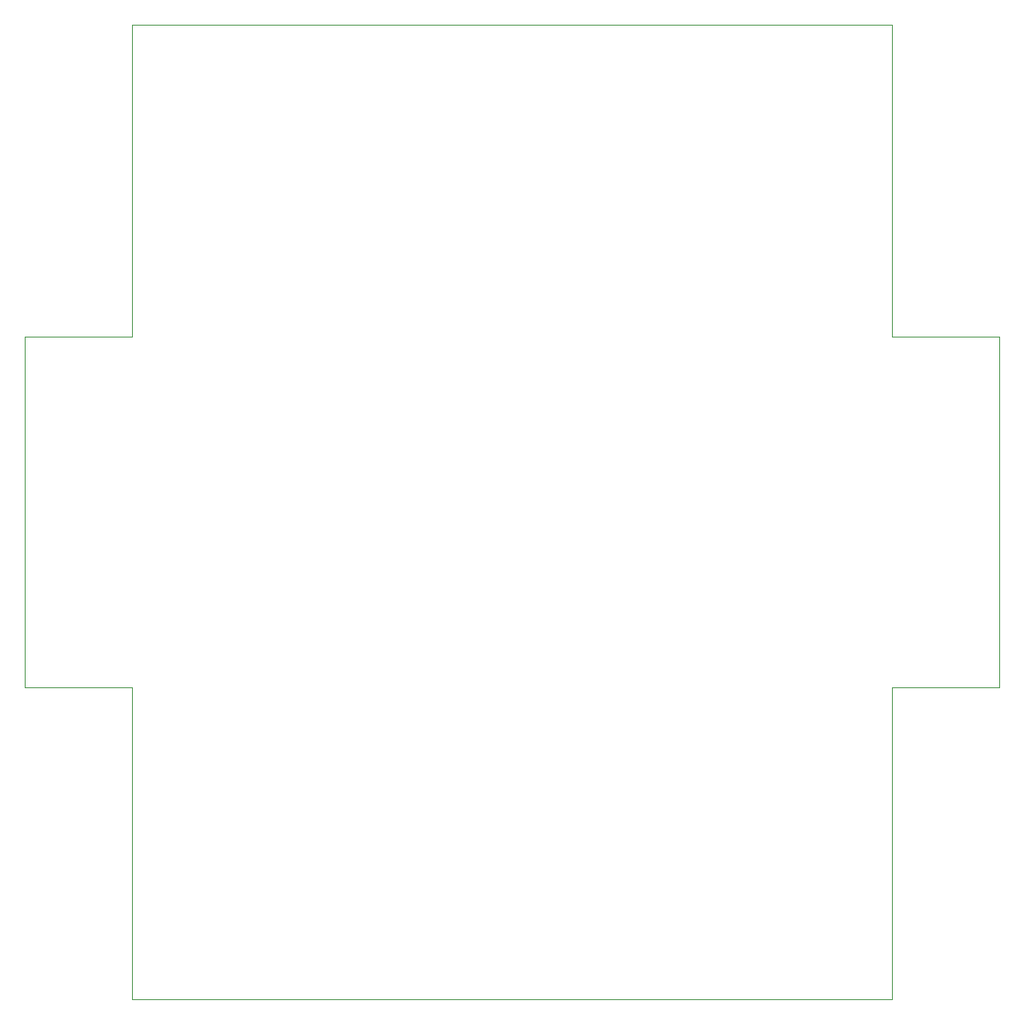
<source format=gm1>
G04 #@! TF.FileFunction,Profile,NP*
%FSLAX46Y46*%
G04 Gerber Fmt 4.6, Leading zero omitted, Abs format (unit mm)*
G04 Created by KiCad (PCBNEW 4.0.7) date Thursday, 19 July 2018 'PMt' 15:05:03*
%MOMM*%
%LPD*%
G01*
G04 APERTURE LIST*
%ADD10C,0.100000*%
G04 APERTURE END LIST*
D10*
X36000000Y-57000000D02*
X36000000Y-25000000D01*
X25000000Y-57000000D02*
X36000000Y-57000000D01*
X25000000Y-93000000D02*
X25000000Y-57000000D01*
X36000000Y-93000000D02*
X25000000Y-93000000D01*
X36000000Y-125000000D02*
X36000000Y-93000000D01*
X114000000Y-125000000D02*
X36000000Y-125000000D01*
X114000000Y-93000000D02*
X114000000Y-125000000D01*
X125000000Y-93000000D02*
X114000000Y-93000000D01*
X125000000Y-57000000D02*
X125000000Y-93000000D01*
X114000000Y-57000000D02*
X125000000Y-57000000D01*
X114000000Y-25000000D02*
X114000000Y-57000000D01*
X36000000Y-25000000D02*
X114000000Y-25000000D01*
M02*

</source>
